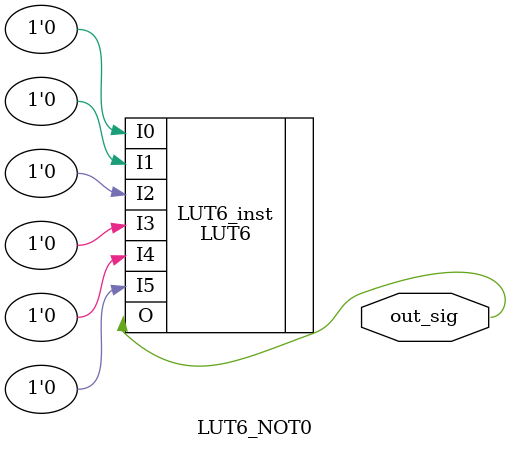
<source format=v>
module LUT6_NOT0(
    output out_sig
    );
// LUT6: 6-input Look-Up Table with general output
// 7 Series
// Xilinx HDL Language Template, version 2018.3
(* LOCK_PINS="I0:A6, I1:A2, I2:A1, I3:A3, I4:A4, I5:A5" *) // Arash: this is important to make the inverters consistent
LUT6 #(
 .INIT(64'h5555555555555555) // Arash: This should make an inverter
) LUT6_inst (
 .O(out_sig), // LUT general output
 .I0(1'b0), // LUT input
 .I1(1'b0), // LUT input
 .I2(1'b0), // LUT input
 .I3(1'b0), // LUT input
 .I4(1'b0), // LUT input
 .I5(1'b0) // LUT input
);
// End of LUT6_inst instantiation
endmodule
</source>
